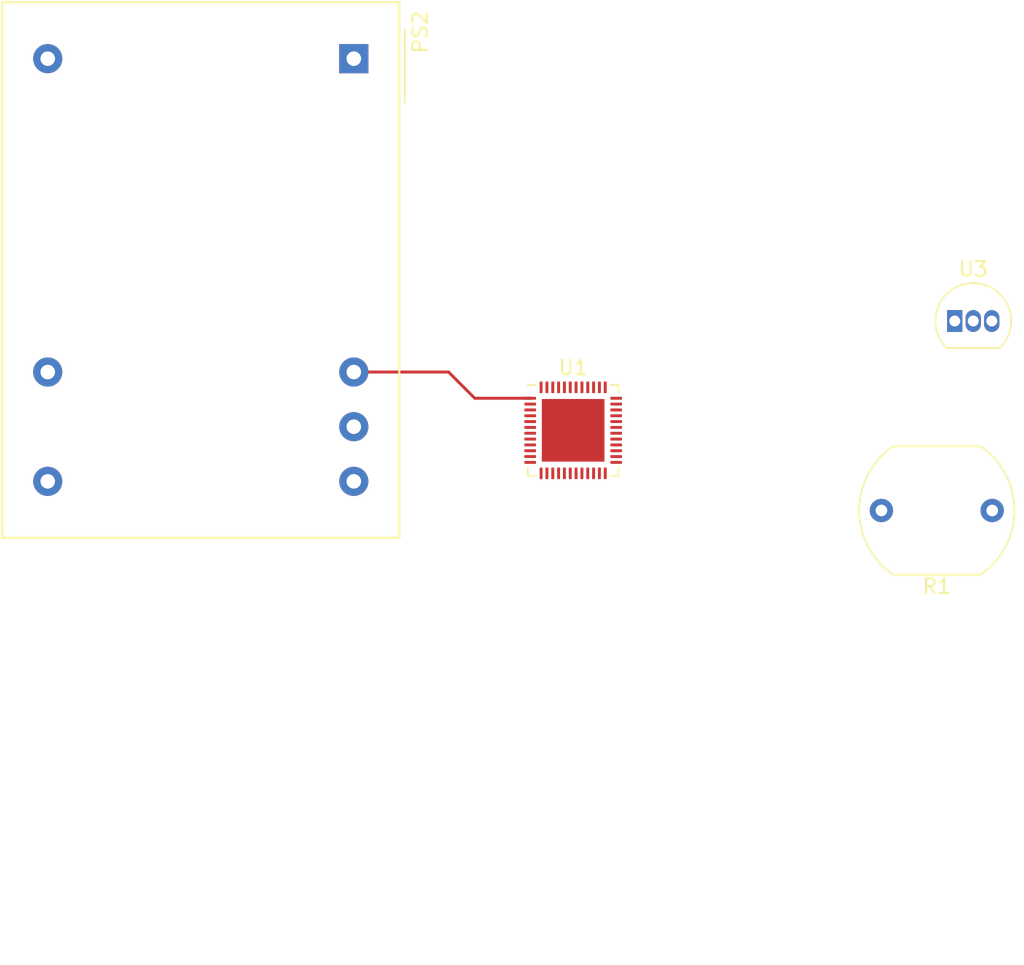
<source format=kicad_pcb>
(kicad_pcb (version 20240108) (generator "pcbnew") (generator_version "8.0")
  (layers (0 "F.Cu" signal) (31 "B.Cu" signal) (34 "B.Paste" user) (35 "F.Paste" user) (36 "B.SilkS" user "B.Silkscreen") (37 "F.SilkS" user "F.Silkscreen") (38 "B.Mask" user) (39 "F.Mask" user) (44 "Edge.Cuts" user))
  (net 0 "")
  (net 1 "AC")
  (net 2 "Net-(PS2-Vout+)")
  (net 3 "Net-(PS2-Vout-)")
  (net 4 "Net-(U1-MTDI{slash}GPIO12{slash}ADC2_CH5)")
  (net 15 "anemometer")
  (net 22 "Net-(U1-MTDO{slash}GPIO15{slash}ADC2_CH3)")
  (net 26 "Net-(U1-VDD3P3-Pad3)")
  (net 47 "soil moisture")
  (footprint "Package_TO_SOT_THT:TO-92_Inline" (layer "F.Cu") (at 194.23 59)
    (property "Reference" "U3" (at 1.27 -3.56 0) (layer "F.SilkS"))
    (property "Value" "DS18B20")
    (fp_line (start -0.53 1.85) (end 3.07 1.85) (stroke (width 0.12)) (layer "F.SilkS"))
    (fp_arc (start -0.568478 1.838478) (mid -1.132087 -0.994977) (end 1.27 -2.6) (stroke (width 0.12)) (layer "F.SilkS"))
    (fp_arc (start 1.27 -2.6) (mid 3.672087 -0.994977) (end 3.108478 1.838478) (stroke (width 0.12)) (layer "F.SilkS"))
    (pad "1" thru_hole rect (at 0 0) (size 1.05 1.5) (drill 0.75) (layers "*.Cu" "*.Mask") (net 3 "Net-(PS2-Vout-)"))
    (pad "2" thru_hole oval (at 1.27 0) (size 1.05 1.5) (drill 0.75) (layers "*.Cu" "*.Mask") (net 22 "Net-(U1-MTDO{slash}GPIO15{slash}ADC2_CH3)"))
    (pad "3" thru_hole oval (at 2.54 0) (size 1.05 1.5) (drill 0.75) (layers "*.Cu" "*.Mask") (net 2 "Net-(PS2-Vout+)"))
  )
  (footprint "Package_DFN_QFN:QFN-48-1EP_6x6mm_P0.4mm_EP4.3x4.3mm" (layer "F.Cu") (at 168.05 66.5)
    (property "Reference" "U1" (at 0 -4.3 0) (layer "F.SilkS"))
    (property "Value" "ESP32")
    (fp_line (start -3.11 3.11) (end -3.11 2.56) (stroke (width 0.12)) (layer "F.SilkS"))
    (fp_line (start -2.56 -3.11) (end -3.11 -3.11) (stroke (width 0.12)) (layer "F.SilkS"))
    (fp_line (start -2.56 3.11) (end -3.11 3.11) (stroke (width 0.12)) (layer "F.SilkS"))
    (fp_line (start 2.56 -3.11) (end 3.11 -3.11) (stroke (width 0.12)) (layer "F.SilkS"))
    (fp_line (start 2.56 3.11) (end 3.11 3.11) (stroke (width 0.12)) (layer "F.SilkS"))
    (fp_line (start 3.11 -3.11) (end 3.11 -2.56) (stroke (width 0.12)) (layer "F.SilkS"))
    (fp_line (start 3.11 3.11) (end 3.11 2.56) (stroke (width 0.12)) (layer "F.SilkS"))
    (pad "1" smd roundrect (at -2.95 -2.2) (size 0.8 0.2) (layers "F.Cu" "F.Paste" "F.Mask") (net 2 "Net-(PS2-Vout+)"))
    (pad "2" smd roundrect (at -2.95 -1.8) (size 0.8 0.2) (layers "F.Cu" "F.Paste" "F.Mask"))
    (pad "3" smd roundrect (at -2.95 -1.4) (size 0.8 0.2) (layers "F.Cu" "F.Paste" "F.Mask") (net 26 "Net-(U1-VDD3P3-Pad3)"))
    (pad "4" smd roundrect (at -2.95 -1) (size 0.8 0.2) (layers "F.Cu" "F.Paste" "F.Mask") (net 26 "Net-(U1-VDD3P3-Pad3)"))
    (pad "5" smd roundrect (at -2.95 -0.6) (size 0.8 0.2) (layers "F.Cu" "F.Paste" "F.Mask"))
    (pad "6" smd roundrect (at -2.95 -0.2) (size 0.8 0.2) (layers "F.Cu" "F.Paste" "F.Mask"))
    (pad "7" smd roundrect (at -2.95 0.2) (size 0.8 0.2) (layers "F.Cu" "F.Paste" "F.Mask"))
    (pad "8" smd roundrect (at -2.95 0.6) (size 0.8 0.2) (layers "F.Cu" "F.Paste" "F.Mask"))
    (pad "9" smd roundrect (at -2.95 1) (size 0.8 0.2) (layers "F.Cu" "F.Paste" "F.Mask"))
    (pad "10" smd roundrect (at -2.95 1.4) (size 0.8 0.2) (layers "F.Cu" "F.Paste" "F.Mask"))
    (pad "11" smd roundrect (at -2.95 1.8) (size 0.8 0.2) (layers "F.Cu" "F.Paste" "F.Mask"))
    (pad "12" smd roundrect (at -2.95 2.2) (size 0.8 0.2) (layers "F.Cu" "F.Paste" "F.Mask"))
    (pad "13" smd roundrect (at -2.2 2.95) (size 0.2 0.8) (layers "F.Cu" "F.Paste" "F.Mask"))
    (pad "14" smd roundrect (at -1.8 2.95) (size 0.2 0.8) (layers "F.Cu" "F.Paste" "F.Mask"))
    (pad "15" smd roundrect (at -1.4 2.95) (size 0.2 0.8) (layers "F.Cu" "F.Paste" "F.Mask"))
    (pad "16" smd roundrect (at -1 2.95) (size 0.2 0.8) (layers "F.Cu" "F.Paste" "F.Mask"))
    (pad "17" smd roundrect (at -0.6 2.95) (size 0.2 0.8) (layers "F.Cu" "F.Paste" "F.Mask") (net 47 "soil moisture"))
    (pad "18" smd roundrect (at -0.2 2.95) (size 0.2 0.8) (layers "F.Cu" "F.Paste" "F.Mask") (net 4 "Net-(U1-MTDI{slash}GPIO12{slash}ADC2_CH5)"))
    (pad "19" smd roundrect (at 0.2 2.95) (size 0.2 0.8) (layers "F.Cu" "F.Paste" "F.Mask"))
    (pad "20" smd roundrect (at 0.6 2.95) (size 0.2 0.8) (layers "F.Cu" "F.Paste" "F.Mask") (net 15 "anemometer"))
    (pad "21" smd roundrect (at 1 2.95) (size 0.2 0.8) (layers "F.Cu" "F.Paste" "F.Mask") (net 22 "Net-(U1-MTDO{slash}GPIO15{slash}ADC2_CH3)"))
    (pad "22" smd roundrect (at 1.4 2.95) (size 0.2 0.8) (layers "F.Cu" "F.Paste" "F.Mask"))
    (pad "23" smd roundrect (at 1.8 2.95) (size 0.2 0.8) (layers "F.Cu" "F.Paste" "F.Mask"))
    (pad "24" smd roundrect (at 2.2 2.95) (size 0.2 0.8) (layers "F.Cu" "F.Paste" "F.Mask"))
    (pad "25" smd roundrect (at 2.95 2.2) (size 0.8 0.2) (layers "F.Cu" "F.Paste" "F.Mask"))
    (pad "26" smd roundrect (at 2.95 1.8) (size 0.8 0.2) (layers "F.Cu" "F.Paste" "F.Mask"))
    (pad "27" smd roundrect (at 2.95 1.4) (size 0.8 0.2) (layers "F.Cu" "F.Paste" "F.Mask"))
    (pad "28" smd roundrect (at 2.95 1) (size 0.8 0.2) (layers "F.Cu" "F.Paste" "F.Mask"))
    (pad "29" smd roundrect (at 2.95 0.6) (size 0.8 0.2) (layers "F.Cu" "F.Paste" "F.Mask"))
    (pad "30" smd roundrect (at 2.95 0.2) (size 0.8 0.2) (layers "F.Cu" "F.Paste" "F.Mask"))
    (pad "31" smd roundrect (at 2.95 -0.2) (size 0.8 0.2) (layers "F.Cu" "F.Paste" "F.Mask"))
    (pad "32" smd roundrect (at 2.95 -0.6) (size 0.8 0.2) (layers "F.Cu" "F.Paste" "F.Mask"))
    (pad "33" smd roundrect (at 2.95 -1) (size 0.8 0.2) (layers "F.Cu" "F.Paste" "F.Mask"))
    (pad "34" smd roundrect (at 2.95 -1.4) (size 0.8 0.2) (layers "F.Cu" "F.Paste" "F.Mask"))
    (pad "35" smd roundrect (at 2.95 -1.8) (size 0.8 0.2) (layers "F.Cu" "F.Paste" "F.Mask"))
    (pad "36" smd roundrect (at 2.95 -2.2) (size 0.8 0.2) (layers "F.Cu" "F.Paste" "F.Mask"))
    (pad "37" smd roundrect (at 2.2 -2.95) (size 0.2 0.8) (layers "F.Cu" "F.Paste" "F.Mask"))
    (pad "38" smd roundrect (at 1.8 -2.95) (size 0.2 0.8) (layers "F.Cu" "F.Paste" "F.Mask"))
    (pad "39" smd roundrect (at 1.4 -2.95) (size 0.2 0.8) (layers "F.Cu" "F.Paste" "F.Mask"))
    (pad "40" smd roundrect (at 1 -2.95) (size 0.2 0.8) (layers "F.Cu" "F.Paste" "F.Mask"))
    (pad "41" smd roundrect (at 0.6 -2.95) (size 0.2 0.8) (layers "F.Cu" "F.Paste" "F.Mask"))
    (pad "42" smd roundrect (at 0.2 -2.95) (size 0.2 0.8) (layers "F.Cu" "F.Paste" "F.Mask"))
    (pad "43" smd roundrect (at -0.2 -2.95) (size 0.2 0.8) (layers "F.Cu" "F.Paste" "F.Mask") (net 2 "Net-(PS2-Vout+)"))
    (pad "44" smd roundrect (at -0.6 -2.95) (size 0.2 0.8) (layers "F.Cu" "F.Paste" "F.Mask"))
    (pad "45" smd roundrect (at -1 -2.95) (size 0.2 0.8) (layers "F.Cu" "F.Paste" "F.Mask"))
    (pad "46" smd roundrect (at -1.4 -2.95) (size 0.2 0.8) (layers "F.Cu" "F.Paste" "F.Mask") (net 2 "Net-(PS2-Vout+)"))
    (pad "47" smd roundrect (at -1.8 -2.95) (size 0.2 0.8) (layers "F.Cu" "F.Paste" "F.Mask"))
    (pad "48" smd roundrect (at -2.2 -2.95) (size 0.2 0.8) (layers "F.Cu" "F.Paste" "F.Mask"))
    (pad "49" smd rect (at 0 0) (size 4.3 4.3) (layers "F.Cu" "F.Mask") (net 3 "Net-(PS2-Vout-)"))
  )
  (footprint "Converter_ACDC:Converter_ACDC_TRACO_TMLM-04_THT" (layer "F.Cu") (at 153 41 -90)
    (property "Reference" "PS2" (at -1.82 -4.55 90) (layer "F.SilkS"))
    (property "Value" "TMLM04105")
    (fp_line (start -3.87 24.12) (end 32.87 24.12) (stroke (width 0.15)) (layer "F.SilkS"))
    (fp_line (start -3.87 -3.12) (end -3.87 24.12) (stroke (width 0.15)) (layer "F.SilkS"))
    (fp_line (start -3.87 -3.12) (end 32.87 -3.12) (stroke (width 0.15)) (layer "F.SilkS"))
    (fp_line (start 32.87 -3.12) (end 32.87 24.12) (stroke (width 0.15)) (layer "F.SilkS"))
    (fp_line (start -2 -3.5) (end 3 -3.5) (stroke (width 0.12)) (layer "F.SilkS"))
    (pad "1" thru_hole rect (at 0 0 270) (size 2 2) (drill 1) (layers "*.Cu" "*.Mask"))
    (pad "2" thru_hole circle (at 21.5 0 270) (size 2 2) (drill 1) (layers "*.Cu" "*.Mask") (net 2 "Net-(PS2-Vout+)"))
    (pad "3" thru_hole circle (at 25.25 0 270) (size 2 2) (drill 1) (layers "*.Cu" "*.Mask") (net 3 "Net-(PS2-Vout-)"))
    (pad "4" thru_hole circle (at 29 0 270) (size 2 2) (drill 1) (layers "*.Cu" "*.Mask"))
    (pad "5" thru_hole circle (at 29 21 270) (size 2 2) (drill 1) (layers "*.Cu" "*.Mask") (net 1 "AC"))
    (pad "6" thru_hole circle (at 21.5 21 270) (size 2 2) (drill 1) (layers "*.Cu" "*.Mask") (net 1 "AC"))
    (pad "7" thru_hole circle (at 0 21 270) (size 2 2) (drill 1) (layers "*.Cu" "*.Mask"))
  )
  (footprint "OptoDevice:R_LDR_10x8.5mm_P7.6mm_Vertical" (layer "F.Cu") (at 196.8 72 180)
    (property "Reference" "R1" (at 3.8 -5.2 180) (layer "F.SilkS"))
    (property "Value" "LDR03")
    (fp_line (start 0.8 4.4) (end 6.8 4.4) (stroke (width 0.12)) (layer "F.SilkS"))
    (fp_line (start 0.8 -4.4) (end 6.8 -4.4) (stroke (width 0.12)) (layer "F.SilkS"))
    (fp_arc (start 6.8 -4.4) (mid 9.125374 -0.019809) (end 6.83265 4.37756) (stroke (width 0.12)) (layer "F.SilkS"))
    (fp_arc (start 0.8 4.4) (mid -1.525374 0.019809) (end 0.76735 -4.37756) (stroke (width 0.12)) (layer "F.SilkS"))
    (pad "1" thru_hole circle (at 0 0 180) (size 1.6 1.6) (drill 0.8) (layers "*.Cu" "*.Mask") (net 2 "Net-(PS2-Vout+)"))
    (pad "2" thru_hole circle (at 7.6 0 180) (size 1.6 1.6) (drill 0.8) (layers "*.Cu" "*.Mask") (net 4 "Net-(U1-MTDI{slash}GPIO12{slash}ADC2_CH5)"))
  )
  (segment (start 159.5 62.5) (end 153 62.5) (width 0.2) (layer "F.Cu") (net 2))
  (segment (start 165.1 64.3) (end 161.3 64.3) (width 0.2) (layer "F.Cu") (net 2))
  (segment (start 161.3 64.3) (end 159.5 62.5) (width 0.2) (layer "F.Cu") (net 2))
)
</source>
